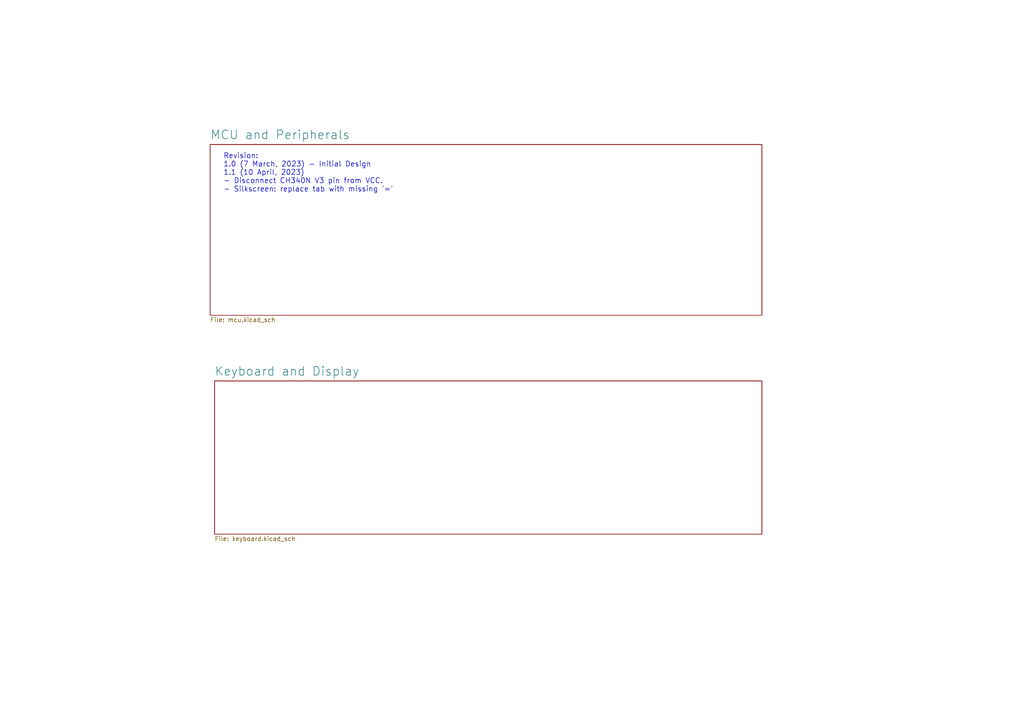
<source format=kicad_sch>
(kicad_sch (version 20211123) (generator eeschema)
  (paper "A4")
  (title_block (title "G70CB PalmTop") (date "2023-04-10") (rev "Rev 1.1") (company "www.e-tinkers.com") (comment 1 "Henry Cheung") (comment 2 "@copyright e-tinkers.com"))
  (lib_symbols)
  (text "Revision:\n1.0 (7 March, 2023) - Initial Design\n1.1 (10 April, 2023) \n- Disconnect CH340N V3 pin from VCC.\n- Silkscreen: replace tab with missing '='" (at 64.77 55.88 0) (effects (font (size 1.5 1.5)) (justify left bottom)))
  (sheet (at 60.96 41.91) (size 160.02 49.53)
    (property "Sheet name" "MCU and Peripherals" (at 60.96 40.5634 0) (effects (font (size 2.54 2.54)) (justify left bottom)))
    (property "Sheet file" "mcu.kicad_sch" (at 60.96 92.0246 0) (effects (justify left top)))
  )
  (sheet (at 62.23 110.49) (size 158.75 44.45)
    (property "Sheet name" "Keyboard and Display" (at 62.23 109.1434 0) (effects (font (size 2.54 2.54)) (justify left bottom)))
    (property "Sheet file" "keyboard.kicad_sch" (at 62.23 155.5246 0) (effects (justify left top)))
  )
)
</source>
